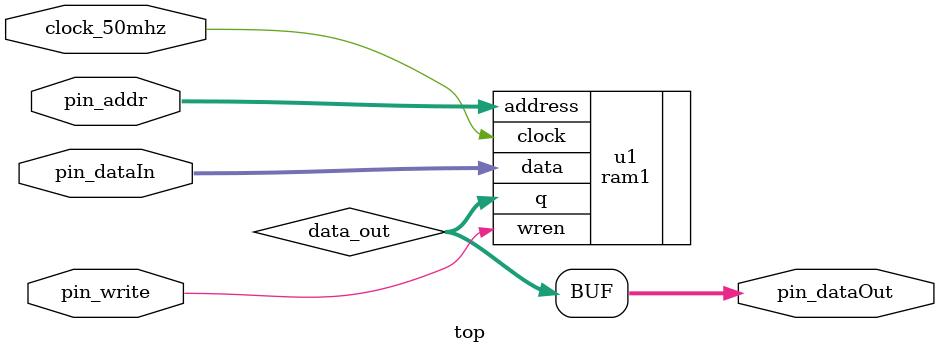
<source format=v>
module top(clock_50mhz,
				pin_addr,
				pin_dataOut,
				pin_write,
				pin_dataIn,
				);

				
input clock_50mhz;						// DAU VAO XUNG CLOCK
input	[7:0]	pin_addr;					// DAU VAO DIA CHI
input	pin_write;							// CHON CHE DO DOC, GHI - 0 DOC 1 GHI
input [7:0]	pin_dataIn;					//	DU LIEU DAU VAO 
output	[7:0]	pin_dataOut;			// DAU RA DU LIEU		
				
wire [7:0]	data_out;					// BIEN DU LIEU DAU RA


// KHOI TAO MODULE CON

ram1	u1(
			.address(pin_addr),			// Dia chi
			.clock(clock_50mhz),			// xung clock
			.data(pin_dataIn),			// Data in
			.wren(pin_write),				// chan dieu khien - 0 doc 1 ghi
			.q(data_out)					// dau ra du lieu
			);			
				
				
assign pin_dataOut = data_out;		// GAN CHAN DATA OUT VOI BIEN DAU RA			

					
endmodule			
				
/*				
module ram1 (
	address,
	clock,
	data,
	wren,
	q);
*/
</source>
